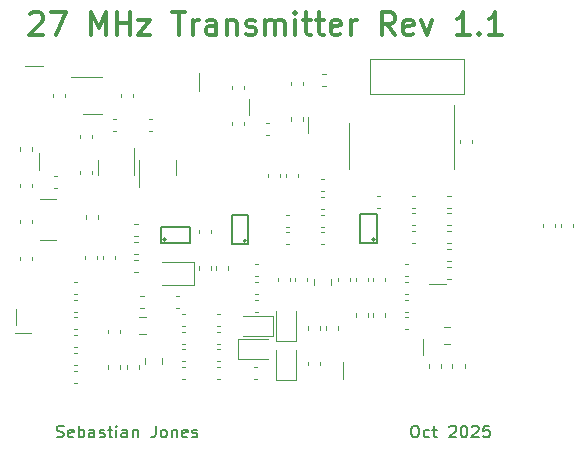
<source format=gbr>
%TF.GenerationSoftware,KiCad,Pcbnew,(6.0.11-0)*%
%TF.CreationDate,2025-10-07T00:59:29-07:00*%
%TF.ProjectId,27M_TX_Board_R1.1,32374d5f-5458-45f4-926f-6172645f5231,rev?*%
%TF.SameCoordinates,Original*%
%TF.FileFunction,Legend,Top*%
%TF.FilePolarity,Positive*%
%FSLAX46Y46*%
G04 Gerber Fmt 4.6, Leading zero omitted, Abs format (unit mm)*
G04 Created by KiCad (PCBNEW (6.0.11-0)) date 2025-10-07 00:59:29*
%MOMM*%
%LPD*%
G01*
G04 APERTURE LIST*
%ADD10C,0.150000*%
%ADD11C,0.300000*%
%ADD12C,0.120000*%
G04 APERTURE END LIST*
D10*
X243026071Y-58452380D02*
X243216547Y-58452380D01*
X243311785Y-58500000D01*
X243407023Y-58595238D01*
X243454642Y-58785714D01*
X243454642Y-59119047D01*
X243407023Y-59309523D01*
X243311785Y-59404761D01*
X243216547Y-59452380D01*
X243026071Y-59452380D01*
X242930833Y-59404761D01*
X242835595Y-59309523D01*
X242787976Y-59119047D01*
X242787976Y-58785714D01*
X242835595Y-58595238D01*
X242930833Y-58500000D01*
X243026071Y-58452380D01*
X244311785Y-59404761D02*
X244216547Y-59452380D01*
X244026071Y-59452380D01*
X243930833Y-59404761D01*
X243883214Y-59357142D01*
X243835595Y-59261904D01*
X243835595Y-58976190D01*
X243883214Y-58880952D01*
X243930833Y-58833333D01*
X244026071Y-58785714D01*
X244216547Y-58785714D01*
X244311785Y-58833333D01*
X244597500Y-58785714D02*
X244978452Y-58785714D01*
X244740357Y-58452380D02*
X244740357Y-59309523D01*
X244787976Y-59404761D01*
X244883214Y-59452380D01*
X244978452Y-59452380D01*
X246026071Y-58547619D02*
X246073690Y-58500000D01*
X246168928Y-58452380D01*
X246407023Y-58452380D01*
X246502261Y-58500000D01*
X246549880Y-58547619D01*
X246597500Y-58642857D01*
X246597500Y-58738095D01*
X246549880Y-58880952D01*
X245978452Y-59452380D01*
X246597500Y-59452380D01*
X247216547Y-58452380D02*
X247311785Y-58452380D01*
X247407023Y-58500000D01*
X247454642Y-58547619D01*
X247502261Y-58642857D01*
X247549880Y-58833333D01*
X247549880Y-59071428D01*
X247502261Y-59261904D01*
X247454642Y-59357142D01*
X247407023Y-59404761D01*
X247311785Y-59452380D01*
X247216547Y-59452380D01*
X247121309Y-59404761D01*
X247073690Y-59357142D01*
X247026071Y-59261904D01*
X246978452Y-59071428D01*
X246978452Y-58833333D01*
X247026071Y-58642857D01*
X247073690Y-58547619D01*
X247121309Y-58500000D01*
X247216547Y-58452380D01*
X247930833Y-58547619D02*
X247978452Y-58500000D01*
X248073690Y-58452380D01*
X248311785Y-58452380D01*
X248407023Y-58500000D01*
X248454642Y-58547619D01*
X248502261Y-58642857D01*
X248502261Y-58738095D01*
X248454642Y-58880952D01*
X247883214Y-59452380D01*
X248502261Y-59452380D01*
X249407023Y-58452380D02*
X248930833Y-58452380D01*
X248883214Y-58928571D01*
X248930833Y-58880952D01*
X249026071Y-58833333D01*
X249264166Y-58833333D01*
X249359404Y-58880952D01*
X249407023Y-58928571D01*
X249454642Y-59023809D01*
X249454642Y-59261904D01*
X249407023Y-59357142D01*
X249359404Y-59404761D01*
X249264166Y-59452380D01*
X249026071Y-59452380D01*
X248930833Y-59404761D01*
X248883214Y-59357142D01*
D11*
X210550000Y-23640476D02*
X210640476Y-23550000D01*
X210821428Y-23459523D01*
X211273809Y-23459523D01*
X211454761Y-23550000D01*
X211545238Y-23640476D01*
X211635714Y-23821428D01*
X211635714Y-24002380D01*
X211545238Y-24273809D01*
X210459523Y-25359523D01*
X211635714Y-25359523D01*
X212269047Y-23459523D02*
X213535714Y-23459523D01*
X212721428Y-25359523D01*
X215707142Y-25359523D02*
X215707142Y-23459523D01*
X216340476Y-24816666D01*
X216973809Y-23459523D01*
X216973809Y-25359523D01*
X217878571Y-25359523D02*
X217878571Y-23459523D01*
X217878571Y-24364285D02*
X218964285Y-24364285D01*
X218964285Y-25359523D02*
X218964285Y-23459523D01*
X219688095Y-24092857D02*
X220683333Y-24092857D01*
X219688095Y-25359523D01*
X220683333Y-25359523D01*
X222583333Y-23459523D02*
X223669047Y-23459523D01*
X223126190Y-25359523D02*
X223126190Y-23459523D01*
X224302380Y-25359523D02*
X224302380Y-24092857D01*
X224302380Y-24454761D02*
X224392857Y-24273809D01*
X224483333Y-24183333D01*
X224664285Y-24092857D01*
X224845238Y-24092857D01*
X226292857Y-25359523D02*
X226292857Y-24364285D01*
X226202380Y-24183333D01*
X226021428Y-24092857D01*
X225659523Y-24092857D01*
X225478571Y-24183333D01*
X226292857Y-25269047D02*
X226111904Y-25359523D01*
X225659523Y-25359523D01*
X225478571Y-25269047D01*
X225388095Y-25088095D01*
X225388095Y-24907142D01*
X225478571Y-24726190D01*
X225659523Y-24635714D01*
X226111904Y-24635714D01*
X226292857Y-24545238D01*
X227197619Y-24092857D02*
X227197619Y-25359523D01*
X227197619Y-24273809D02*
X227288095Y-24183333D01*
X227469047Y-24092857D01*
X227740476Y-24092857D01*
X227921428Y-24183333D01*
X228011904Y-24364285D01*
X228011904Y-25359523D01*
X228826190Y-25269047D02*
X229007142Y-25359523D01*
X229369047Y-25359523D01*
X229550000Y-25269047D01*
X229640476Y-25088095D01*
X229640476Y-24997619D01*
X229550000Y-24816666D01*
X229369047Y-24726190D01*
X229097619Y-24726190D01*
X228916666Y-24635714D01*
X228826190Y-24454761D01*
X228826190Y-24364285D01*
X228916666Y-24183333D01*
X229097619Y-24092857D01*
X229369047Y-24092857D01*
X229550000Y-24183333D01*
X230454761Y-25359523D02*
X230454761Y-24092857D01*
X230454761Y-24273809D02*
X230545238Y-24183333D01*
X230726190Y-24092857D01*
X230997619Y-24092857D01*
X231178571Y-24183333D01*
X231269047Y-24364285D01*
X231269047Y-25359523D01*
X231269047Y-24364285D02*
X231359523Y-24183333D01*
X231540476Y-24092857D01*
X231811904Y-24092857D01*
X231992857Y-24183333D01*
X232083333Y-24364285D01*
X232083333Y-25359523D01*
X232988095Y-25359523D02*
X232988095Y-24092857D01*
X232988095Y-23459523D02*
X232897619Y-23550000D01*
X232988095Y-23640476D01*
X233078571Y-23550000D01*
X232988095Y-23459523D01*
X232988095Y-23640476D01*
X233621428Y-24092857D02*
X234345238Y-24092857D01*
X233892857Y-23459523D02*
X233892857Y-25088095D01*
X233983333Y-25269047D01*
X234164285Y-25359523D01*
X234345238Y-25359523D01*
X234707142Y-24092857D02*
X235430952Y-24092857D01*
X234978571Y-23459523D02*
X234978571Y-25088095D01*
X235069047Y-25269047D01*
X235249999Y-25359523D01*
X235430952Y-25359523D01*
X236788095Y-25269047D02*
X236607142Y-25359523D01*
X236245238Y-25359523D01*
X236064285Y-25269047D01*
X235973809Y-25088095D01*
X235973809Y-24364285D01*
X236064285Y-24183333D01*
X236245238Y-24092857D01*
X236607142Y-24092857D01*
X236788095Y-24183333D01*
X236878571Y-24364285D01*
X236878571Y-24545238D01*
X235973809Y-24726190D01*
X237692857Y-25359523D02*
X237692857Y-24092857D01*
X237692857Y-24454761D02*
X237783333Y-24273809D01*
X237873809Y-24183333D01*
X238054761Y-24092857D01*
X238235714Y-24092857D01*
X241402380Y-25359523D02*
X240769047Y-24454761D01*
X240316666Y-25359523D02*
X240316666Y-23459523D01*
X241040476Y-23459523D01*
X241221428Y-23550000D01*
X241311904Y-23640476D01*
X241402380Y-23821428D01*
X241402380Y-24092857D01*
X241311904Y-24273809D01*
X241221428Y-24364285D01*
X241040476Y-24454761D01*
X240316666Y-24454761D01*
X242940476Y-25269047D02*
X242759523Y-25359523D01*
X242397619Y-25359523D01*
X242216666Y-25269047D01*
X242126190Y-25088095D01*
X242126190Y-24364285D01*
X242216666Y-24183333D01*
X242397619Y-24092857D01*
X242759523Y-24092857D01*
X242940476Y-24183333D01*
X243030952Y-24364285D01*
X243030952Y-24545238D01*
X242126190Y-24726190D01*
X243664285Y-24092857D02*
X244116666Y-25359523D01*
X244569047Y-24092857D01*
X247735714Y-25359523D02*
X246650000Y-25359523D01*
X247192857Y-25359523D02*
X247192857Y-23459523D01*
X247011904Y-23730952D01*
X246830952Y-23911904D01*
X246650000Y-24002380D01*
X248550000Y-25178571D02*
X248640476Y-25269047D01*
X248550000Y-25359523D01*
X248459523Y-25269047D01*
X248550000Y-25178571D01*
X248550000Y-25359523D01*
X250449999Y-25359523D02*
X249364285Y-25359523D01*
X249907142Y-25359523D02*
X249907142Y-23459523D01*
X249726190Y-23730952D01*
X249545238Y-23911904D01*
X249364285Y-24002380D01*
D10*
X212787976Y-59404761D02*
X212930833Y-59452380D01*
X213168928Y-59452380D01*
X213264166Y-59404761D01*
X213311785Y-59357142D01*
X213359404Y-59261904D01*
X213359404Y-59166666D01*
X213311785Y-59071428D01*
X213264166Y-59023809D01*
X213168928Y-58976190D01*
X212978452Y-58928571D01*
X212883214Y-58880952D01*
X212835595Y-58833333D01*
X212787976Y-58738095D01*
X212787976Y-58642857D01*
X212835595Y-58547619D01*
X212883214Y-58500000D01*
X212978452Y-58452380D01*
X213216547Y-58452380D01*
X213359404Y-58500000D01*
X214168928Y-59404761D02*
X214073690Y-59452380D01*
X213883214Y-59452380D01*
X213787976Y-59404761D01*
X213740357Y-59309523D01*
X213740357Y-58928571D01*
X213787976Y-58833333D01*
X213883214Y-58785714D01*
X214073690Y-58785714D01*
X214168928Y-58833333D01*
X214216547Y-58928571D01*
X214216547Y-59023809D01*
X213740357Y-59119047D01*
X214645119Y-59452380D02*
X214645119Y-58452380D01*
X214645119Y-58833333D02*
X214740357Y-58785714D01*
X214930833Y-58785714D01*
X215026071Y-58833333D01*
X215073690Y-58880952D01*
X215121309Y-58976190D01*
X215121309Y-59261904D01*
X215073690Y-59357142D01*
X215026071Y-59404761D01*
X214930833Y-59452380D01*
X214740357Y-59452380D01*
X214645119Y-59404761D01*
X215978452Y-59452380D02*
X215978452Y-58928571D01*
X215930833Y-58833333D01*
X215835595Y-58785714D01*
X215645119Y-58785714D01*
X215549880Y-58833333D01*
X215978452Y-59404761D02*
X215883214Y-59452380D01*
X215645119Y-59452380D01*
X215549880Y-59404761D01*
X215502261Y-59309523D01*
X215502261Y-59214285D01*
X215549880Y-59119047D01*
X215645119Y-59071428D01*
X215883214Y-59071428D01*
X215978452Y-59023809D01*
X216407023Y-59404761D02*
X216502261Y-59452380D01*
X216692738Y-59452380D01*
X216787976Y-59404761D01*
X216835595Y-59309523D01*
X216835595Y-59261904D01*
X216787976Y-59166666D01*
X216692738Y-59119047D01*
X216549880Y-59119047D01*
X216454642Y-59071428D01*
X216407023Y-58976190D01*
X216407023Y-58928571D01*
X216454642Y-58833333D01*
X216549880Y-58785714D01*
X216692738Y-58785714D01*
X216787976Y-58833333D01*
X217121309Y-58785714D02*
X217502261Y-58785714D01*
X217264166Y-58452380D02*
X217264166Y-59309523D01*
X217311785Y-59404761D01*
X217407023Y-59452380D01*
X217502261Y-59452380D01*
X217835595Y-59452380D02*
X217835595Y-58785714D01*
X217835595Y-58452380D02*
X217787976Y-58500000D01*
X217835595Y-58547619D01*
X217883214Y-58500000D01*
X217835595Y-58452380D01*
X217835595Y-58547619D01*
X218740357Y-59452380D02*
X218740357Y-58928571D01*
X218692738Y-58833333D01*
X218597500Y-58785714D01*
X218407023Y-58785714D01*
X218311785Y-58833333D01*
X218740357Y-59404761D02*
X218645119Y-59452380D01*
X218407023Y-59452380D01*
X218311785Y-59404761D01*
X218264166Y-59309523D01*
X218264166Y-59214285D01*
X218311785Y-59119047D01*
X218407023Y-59071428D01*
X218645119Y-59071428D01*
X218740357Y-59023809D01*
X219216547Y-58785714D02*
X219216547Y-59452380D01*
X219216547Y-58880952D02*
X219264166Y-58833333D01*
X219359404Y-58785714D01*
X219502261Y-58785714D01*
X219597500Y-58833333D01*
X219645119Y-58928571D01*
X219645119Y-59452380D01*
X221168928Y-58452380D02*
X221168928Y-59166666D01*
X221121309Y-59309523D01*
X221026071Y-59404761D01*
X220883214Y-59452380D01*
X220787976Y-59452380D01*
X221787976Y-59452380D02*
X221692738Y-59404761D01*
X221645119Y-59357142D01*
X221597500Y-59261904D01*
X221597500Y-58976190D01*
X221645119Y-58880952D01*
X221692738Y-58833333D01*
X221787976Y-58785714D01*
X221930833Y-58785714D01*
X222026071Y-58833333D01*
X222073690Y-58880952D01*
X222121309Y-58976190D01*
X222121309Y-59261904D01*
X222073690Y-59357142D01*
X222026071Y-59404761D01*
X221930833Y-59452380D01*
X221787976Y-59452380D01*
X222549880Y-58785714D02*
X222549880Y-59452380D01*
X222549880Y-58880952D02*
X222597500Y-58833333D01*
X222692738Y-58785714D01*
X222835595Y-58785714D01*
X222930833Y-58833333D01*
X222978452Y-58928571D01*
X222978452Y-59452380D01*
X223835595Y-59404761D02*
X223740357Y-59452380D01*
X223549880Y-59452380D01*
X223454642Y-59404761D01*
X223407023Y-59309523D01*
X223407023Y-58928571D01*
X223454642Y-58833333D01*
X223549880Y-58785714D01*
X223740357Y-58785714D01*
X223835595Y-58833333D01*
X223883214Y-58928571D01*
X223883214Y-59023809D01*
X223407023Y-59119047D01*
X224264166Y-59404761D02*
X224359404Y-59452380D01*
X224549880Y-59452380D01*
X224645119Y-59404761D01*
X224692738Y-59309523D01*
X224692738Y-59261904D01*
X224645119Y-59166666D01*
X224549880Y-59119047D01*
X224407023Y-59119047D01*
X224311785Y-59071428D01*
X224264166Y-58976190D01*
X224264166Y-58928571D01*
X224311785Y-58833333D01*
X224407023Y-58785714D01*
X224549880Y-58785714D01*
X224645119Y-58833333D01*
D12*
%TO.C,R28*%
X223359420Y-50490000D02*
X223640580Y-50490000D01*
X223359420Y-51510000D02*
X223640580Y-51510000D01*
%TO.C,D2*%
X233050000Y-51300000D02*
X233050000Y-48750000D01*
X231350000Y-51300000D02*
X233050000Y-51300000D01*
X231350000Y-51300000D02*
X231350000Y-48750000D01*
%TO.C,D4*%
X228100000Y-51150000D02*
X228100000Y-52850000D01*
X228100000Y-51150000D02*
X230650000Y-51150000D01*
X228100000Y-52850000D02*
X230650000Y-52850000D01*
%TO.C,R47*%
X242540580Y-46290000D02*
X242259420Y-46290000D01*
X242540580Y-47310000D02*
X242259420Y-47310000D01*
%TO.C,L2*%
X220265000Y-52738748D02*
X220265000Y-53261252D01*
X221735000Y-52738748D02*
X221735000Y-53261252D01*
%TO.C,Q3*%
X212700000Y-42740000D02*
X211325000Y-42740000D01*
%TO.C,J1*%
X239300000Y-30400000D02*
X247300000Y-30400000D01*
X247300000Y-30400000D02*
X247300000Y-27400000D01*
X239300000Y-27400000D02*
X239300000Y-30400000D01*
X247300000Y-27400000D02*
X239300000Y-27400000D01*
%TO.C,C29*%
X226290000Y-44959420D02*
X226290000Y-45240580D01*
X227310000Y-44959420D02*
X227310000Y-45240580D01*
%TO.C,R40*%
X230740580Y-32790000D02*
X230459420Y-32790000D01*
X230740580Y-33810000D02*
X230459420Y-33810000D01*
%TO.C,R13*%
X225810000Y-45240580D02*
X225810000Y-44959420D01*
X224790000Y-45240580D02*
X224790000Y-44959420D01*
%TO.C,C27*%
X238090000Y-48959420D02*
X238090000Y-49240580D01*
X239110000Y-48959420D02*
X239110000Y-49240580D01*
%TO.C,R11*%
X212559420Y-37290000D02*
X212840580Y-37290000D01*
X212559420Y-38310000D02*
X212840580Y-38310000D01*
%TO.C,C7*%
X214540580Y-47310000D02*
X214259420Y-47310000D01*
X214540580Y-46290000D02*
X214259420Y-46290000D01*
%TO.C,R46*%
X233210000Y-37440580D02*
X233210000Y-37159420D01*
X232190000Y-37440580D02*
X232190000Y-37159420D01*
%TO.C,R44*%
X235159420Y-38610000D02*
X235440580Y-38610000D01*
X235159420Y-37590000D02*
X235440580Y-37590000D01*
%TO.C,R39*%
X232590000Y-29359420D02*
X232590000Y-29640580D01*
X233610000Y-29359420D02*
X233610000Y-29640580D01*
%TO.C,R34*%
X232990000Y-45959420D02*
X232990000Y-46240580D01*
X234010000Y-45959420D02*
X234010000Y-46240580D01*
D10*
%TO.C,U1*%
X224100000Y-41600000D02*
X224100000Y-43000000D01*
X221600000Y-43000000D02*
X221600000Y-41600000D01*
X221600000Y-41600000D02*
X224100000Y-41600000D01*
X224000000Y-43000000D02*
X221600000Y-43000000D01*
X224100000Y-43000000D02*
X224000000Y-43000000D01*
X222000000Y-42700000D02*
G75*
G03*
X222000000Y-42700000I-100000J0D01*
G01*
D12*
%TO.C,R37*%
X242259420Y-47790000D02*
X242540580Y-47790000D01*
X242259420Y-48810000D02*
X242540580Y-48810000D01*
%TO.C,R49*%
X240610000Y-45959420D02*
X240610000Y-46240580D01*
X239590000Y-45959420D02*
X239590000Y-46240580D01*
%TO.C,R31*%
X226640580Y-48990000D02*
X226359420Y-48990000D01*
X226640580Y-50010000D02*
X226359420Y-50010000D01*
%TO.C,C21*%
X223140580Y-48510000D02*
X222859420Y-48510000D01*
X223140580Y-47490000D02*
X222859420Y-47490000D01*
%TO.C,C25*%
X232510000Y-46240580D02*
X232510000Y-45959420D01*
X231490000Y-46240580D02*
X231490000Y-45959420D01*
%TO.C,C13*%
X243140580Y-40010000D02*
X242859420Y-40010000D01*
X243140580Y-38990000D02*
X242859420Y-38990000D01*
%TO.C,R15*%
X229840580Y-46290000D02*
X229559420Y-46290000D01*
X229840580Y-47310000D02*
X229559420Y-47310000D01*
%TO.C,R26*%
X223640580Y-50010000D02*
X223359420Y-50010000D01*
X223640580Y-48990000D02*
X223359420Y-48990000D01*
%TO.C,U8*%
X215800000Y-32085000D02*
X215000000Y-32085000D01*
X215800000Y-32085000D02*
X216600000Y-32085000D01*
X215800000Y-28965000D02*
X216600000Y-28965000D01*
X215800000Y-28965000D02*
X214000000Y-28965000D01*
%TO.C,C36*%
X219640580Y-45410000D02*
X219359420Y-45410000D01*
X219640580Y-44390000D02*
X219359420Y-44390000D01*
%TO.C,R8*%
X217710000Y-44340580D02*
X217710000Y-44059420D01*
X216690000Y-44340580D02*
X216690000Y-44059420D01*
%TO.C,R27*%
X223359420Y-53010000D02*
X223640580Y-53010000D01*
X223359420Y-51990000D02*
X223640580Y-51990000D01*
%TO.C,Q1*%
X229040000Y-30800000D02*
X229040000Y-32175000D01*
%TO.C,C1*%
X230690000Y-37159420D02*
X230690000Y-37440580D01*
X231710000Y-37159420D02*
X231710000Y-37440580D01*
%TO.C,Q4*%
X210600000Y-50640000D02*
X209225000Y-50640000D01*
%TO.C,C32*%
X239590000Y-48959420D02*
X239590000Y-49240580D01*
X240610000Y-48959420D02*
X240610000Y-49240580D01*
%TO.C,R9*%
X214540580Y-48810000D02*
X214259420Y-48810000D01*
X214540580Y-47790000D02*
X214259420Y-47790000D01*
%TO.C,R20*%
X235440580Y-40590000D02*
X235159420Y-40590000D01*
X235440580Y-41610000D02*
X235159420Y-41610000D01*
%TO.C,C23*%
X226359420Y-53010000D02*
X226640580Y-53010000D01*
X226359420Y-51990000D02*
X226640580Y-51990000D01*
%TO.C,C19*%
X218110000Y-53359420D02*
X218110000Y-53640580D01*
X217090000Y-53359420D02*
X217090000Y-53640580D01*
%TO.C,R50*%
X209690000Y-38240580D02*
X209690000Y-37959420D01*
X210710000Y-38240580D02*
X210710000Y-37959420D01*
D10*
%TO.C,U2*%
X238500000Y-40500000D02*
X239900000Y-40500000D01*
X238500000Y-43000000D02*
X238500000Y-40500000D01*
X239900000Y-43000000D02*
X238500000Y-43000000D01*
X239900000Y-40500000D02*
X239900000Y-40600000D01*
X239900000Y-40600000D02*
X239900000Y-43000000D01*
X239700000Y-42700000D02*
G75*
G03*
X239700000Y-42700000I-100000J0D01*
G01*
D12*
%TO.C,C24*%
X226359420Y-51510000D02*
X226640580Y-51510000D01*
X226359420Y-50490000D02*
X226640580Y-50490000D01*
%TO.C,R23*%
X229559420Y-47790000D02*
X229840580Y-47790000D01*
X229559420Y-48810000D02*
X229840580Y-48810000D01*
%TO.C,Q5*%
X222860000Y-36600000D02*
X222860000Y-35950000D01*
X222860000Y-36600000D02*
X222860000Y-37250000D01*
X219740000Y-36600000D02*
X219740000Y-35950000D01*
X219740000Y-36600000D02*
X219740000Y-38275000D01*
%TO.C,C47*%
X256510000Y-41359420D02*
X256510000Y-41640580D01*
X255490000Y-41359420D02*
X255490000Y-41640580D01*
%TO.C,C31*%
X242259420Y-49290000D02*
X242540580Y-49290000D01*
X242259420Y-50310000D02*
X242540580Y-50310000D01*
%TO.C,R10*%
X214540580Y-51810000D02*
X214259420Y-51810000D01*
X214540580Y-50790000D02*
X214259420Y-50790000D01*
%TO.C,C14*%
X242859420Y-41990000D02*
X243140580Y-41990000D01*
X242859420Y-43010000D02*
X243140580Y-43010000D01*
%TO.C,J2*%
X211600000Y-28025000D02*
X210100000Y-28025000D01*
%TO.C,Q9*%
X245700000Y-46440000D02*
X244325000Y-46440000D01*
%TO.C,D1*%
X224385000Y-44640000D02*
X221700000Y-44640000D01*
X221700000Y-46560000D02*
X224385000Y-46560000D01*
X224385000Y-46560000D02*
X224385000Y-44640000D01*
%TO.C,C28*%
X235110000Y-50059420D02*
X235110000Y-50340580D01*
X234090000Y-50059420D02*
X234090000Y-50340580D01*
%TO.C,C15*%
X235159420Y-42090000D02*
X235440580Y-42090000D01*
X235159420Y-43110000D02*
X235440580Y-43110000D01*
%TO.C,C2*%
X239859420Y-40010000D02*
X240140580Y-40010000D01*
X239859420Y-38990000D02*
X240140580Y-38990000D01*
%TO.C,R2*%
X219359420Y-42890000D02*
X219640580Y-42890000D01*
X219359420Y-43910000D02*
X219640580Y-43910000D01*
%TO.C,C42*%
X236590000Y-45959420D02*
X236590000Y-46240580D01*
X237610000Y-45959420D02*
X237610000Y-46240580D01*
%TO.C,C37*%
X228610000Y-32759420D02*
X228610000Y-33040580D01*
X227590000Y-32759420D02*
X227590000Y-33040580D01*
%TO.C,C33*%
X245310000Y-53259420D02*
X245310000Y-53540580D01*
X244290000Y-53259420D02*
X244290000Y-53540580D01*
%TO.C,C48*%
X214540580Y-54810000D02*
X214259420Y-54810000D01*
X214540580Y-53790000D02*
X214259420Y-53790000D01*
%TO.C,C46*%
X255010000Y-41359420D02*
X255010000Y-41640580D01*
X253990000Y-41359420D02*
X253990000Y-41640580D01*
%TO.C,R16*%
X245859420Y-38990000D02*
X246140580Y-38990000D01*
X245859420Y-40010000D02*
X246140580Y-40010000D01*
%TO.C,R1*%
X228610000Y-29940580D02*
X228610000Y-29659420D01*
X227590000Y-29940580D02*
X227590000Y-29659420D01*
%TO.C,C34*%
X247310000Y-53259420D02*
X247310000Y-53540580D01*
X246290000Y-53259420D02*
X246290000Y-53540580D01*
%TO.C,Q7*%
X243760000Y-52500000D02*
X243760000Y-51125000D01*
%TO.C,Q10*%
X211240000Y-35400000D02*
X211240000Y-36775000D01*
%TO.C,C9*%
X214259420Y-49290000D02*
X214540580Y-49290000D01*
X214259420Y-50310000D02*
X214540580Y-50310000D01*
%TO.C,R17*%
X246140580Y-43010000D02*
X245859420Y-43010000D01*
X246140580Y-41990000D02*
X245859420Y-41990000D01*
%TO.C,R51*%
X215810000Y-37140580D02*
X215810000Y-36859420D01*
X214790000Y-37140580D02*
X214790000Y-36859420D01*
%TO.C,C4*%
X216210000Y-44340580D02*
X216210000Y-44059420D01*
X215190000Y-44340580D02*
X215190000Y-44059420D01*
%TO.C,J3*%
X224800000Y-30100000D02*
X224800000Y-28600000D01*
%TO.C,R5*%
X216310000Y-40659420D02*
X216310000Y-40940580D01*
X215290000Y-40659420D02*
X215290000Y-40940580D01*
%TO.C,R41*%
X233610000Y-32359420D02*
X233610000Y-32640580D01*
X232590000Y-32359420D02*
X232590000Y-32640580D01*
%TO.C,R42*%
X235259420Y-28690000D02*
X235540580Y-28690000D01*
X235259420Y-29710000D02*
X235540580Y-29710000D01*
%TO.C,C44*%
X219210000Y-30384420D02*
X219210000Y-30665580D01*
X218190000Y-30384420D02*
X218190000Y-30665580D01*
%TO.C,C16*%
X232440580Y-41610000D02*
X232159420Y-41610000D01*
X232440580Y-40590000D02*
X232159420Y-40590000D01*
%TO.C,Q11*%
X216240000Y-36600000D02*
X216240000Y-35950000D01*
X216240000Y-36600000D02*
X216240000Y-37250000D01*
X219360000Y-36600000D02*
X219360000Y-34925000D01*
X219360000Y-36600000D02*
X219360000Y-37250000D01*
%TO.C,C26*%
X238090000Y-45959420D02*
X238090000Y-46240580D01*
X239110000Y-45959420D02*
X239110000Y-46240580D01*
%TO.C,R12*%
X214259420Y-52290000D02*
X214540580Y-52290000D01*
X214259420Y-53310000D02*
X214540580Y-53310000D01*
%TO.C,L1*%
X219788748Y-50735000D02*
X220311252Y-50735000D01*
X219788748Y-49265000D02*
X220311252Y-49265000D01*
%TO.C,Q6*%
X237040000Y-53100000D02*
X237040000Y-54475000D01*
%TO.C,R19*%
X243140580Y-40490000D02*
X242859420Y-40490000D01*
X243140580Y-41510000D02*
X242859420Y-41510000D01*
%TO.C,L4*%
X236035000Y-46561252D02*
X236035000Y-46038748D01*
X234565000Y-46561252D02*
X234565000Y-46038748D01*
%TO.C,R43*%
X217559420Y-33510000D02*
X217840580Y-33510000D01*
X217559420Y-32490000D02*
X217840580Y-32490000D01*
%TO.C,Q8*%
X234040000Y-32300000D02*
X234040000Y-33675000D01*
%TO.C,R21*%
X232440580Y-42090000D02*
X232159420Y-42090000D01*
X232440580Y-43110000D02*
X232159420Y-43110000D01*
%TO.C,C5*%
X246140580Y-44990000D02*
X245859420Y-44990000D01*
X246140580Y-46010000D02*
X245859420Y-46010000D01*
%TO.C,R48*%
X242540580Y-45810000D02*
X242259420Y-45810000D01*
X242540580Y-44790000D02*
X242259420Y-44790000D01*
%TO.C,R24*%
X229559420Y-45810000D02*
X229840580Y-45810000D01*
X229559420Y-44790000D02*
X229840580Y-44790000D01*
%TO.C,R18*%
X246140580Y-41510000D02*
X245859420Y-41510000D01*
X246140580Y-40490000D02*
X245859420Y-40490000D01*
%TO.C,R14*%
X225810000Y-42140580D02*
X225810000Y-41859420D01*
X224790000Y-42140580D02*
X224790000Y-41859420D01*
%TO.C,Q2*%
X212700000Y-39240000D02*
X211325000Y-39240000D01*
%TO.C,U6*%
X237565000Y-34800000D02*
X237565000Y-36750000D01*
X246435000Y-34800000D02*
X246435000Y-36750000D01*
X237565000Y-34800000D02*
X237565000Y-32850000D01*
X246435000Y-34800000D02*
X246435000Y-31350000D01*
%TO.C,R33*%
X229740580Y-53490000D02*
X229459420Y-53490000D01*
X229740580Y-54510000D02*
X229459420Y-54510000D01*
%TO.C,R6*%
X210710000Y-41340580D02*
X210710000Y-41059420D01*
X209690000Y-41340580D02*
X209690000Y-41059420D01*
%TO.C,R25*%
X223640580Y-53490000D02*
X223359420Y-53490000D01*
X223640580Y-54510000D02*
X223359420Y-54510000D01*
%TO.C,R4*%
X235159420Y-39090000D02*
X235440580Y-39090000D01*
X235159420Y-40110000D02*
X235440580Y-40110000D01*
%TO.C,R35*%
X236610000Y-50059420D02*
X236610000Y-50340580D01*
X235590000Y-50059420D02*
X235590000Y-50340580D01*
%TO.C,C22*%
X219859420Y-48510000D02*
X220140580Y-48510000D01*
X219859420Y-47490000D02*
X220140580Y-47490000D01*
%TO.C,Y1*%
X209300000Y-49900000D02*
X209300000Y-48600000D01*
%TO.C,L5*%
X245538748Y-51535000D02*
X246061252Y-51535000D01*
X245538748Y-50065000D02*
X246061252Y-50065000D01*
%TO.C,R22*%
X234090000Y-53059420D02*
X234090000Y-53340580D01*
X235110000Y-53059420D02*
X235110000Y-53340580D01*
%TO.C,R3*%
X220559420Y-33510000D02*
X220840580Y-33510000D01*
X220559420Y-32490000D02*
X220840580Y-32490000D01*
%TO.C,D5*%
X231350000Y-54600000D02*
X231350000Y-52050000D01*
X233050000Y-54600000D02*
X233050000Y-52050000D01*
X231350000Y-54600000D02*
X233050000Y-54600000D01*
%TO.C,C38*%
X246890000Y-34259420D02*
X246890000Y-34540580D01*
X247910000Y-34259420D02*
X247910000Y-34540580D01*
%TO.C,R54*%
X245859420Y-44510000D02*
X246140580Y-44510000D01*
X245859420Y-43490000D02*
X246140580Y-43490000D01*
%TO.C,R7*%
X215810000Y-34140580D02*
X215810000Y-33859420D01*
X214790000Y-34140580D02*
X214790000Y-33859420D01*
%TO.C,C43*%
X213510000Y-30384420D02*
X213510000Y-30665580D01*
X212490000Y-30384420D02*
X212490000Y-30665580D01*
%TO.C,R30*%
X226640580Y-54510000D02*
X226359420Y-54510000D01*
X226640580Y-53490000D02*
X226359420Y-53490000D01*
D10*
%TO.C,U3*%
X227600000Y-43100000D02*
X227600000Y-40600000D01*
X227600000Y-40600000D02*
X229000000Y-40600000D01*
X229000000Y-40700000D02*
X229000000Y-43100000D01*
X229000000Y-43100000D02*
X227600000Y-43100000D01*
X229000000Y-40600000D02*
X229000000Y-40700000D01*
X228800000Y-42800000D02*
G75*
G03*
X228800000Y-42800000I-100000J0D01*
G01*
D12*
%TO.C,D3*%
X231100000Y-49150000D02*
X228550000Y-49150000D01*
X231100000Y-50850000D02*
X228550000Y-50850000D01*
X231100000Y-50850000D02*
X231100000Y-49150000D01*
%TO.C,C6*%
X210710000Y-44440580D02*
X210710000Y-44159420D01*
X209690000Y-44440580D02*
X209690000Y-44159420D01*
%TO.C,C39*%
X219640580Y-41390000D02*
X219359420Y-41390000D01*
X219640580Y-42410000D02*
X219359420Y-42410000D01*
%TO.C,C20*%
X219710000Y-53640580D02*
X219710000Y-53359420D01*
X218690000Y-53640580D02*
X218690000Y-53359420D01*
%TO.C,C11*%
X218110000Y-50359420D02*
X218110000Y-50640580D01*
X217090000Y-50359420D02*
X217090000Y-50640580D01*
%TO.C,C45*%
X210710000Y-34884420D02*
X210710000Y-35165580D01*
X209690000Y-34884420D02*
X209690000Y-35165580D01*
%TD*%
M02*

</source>
